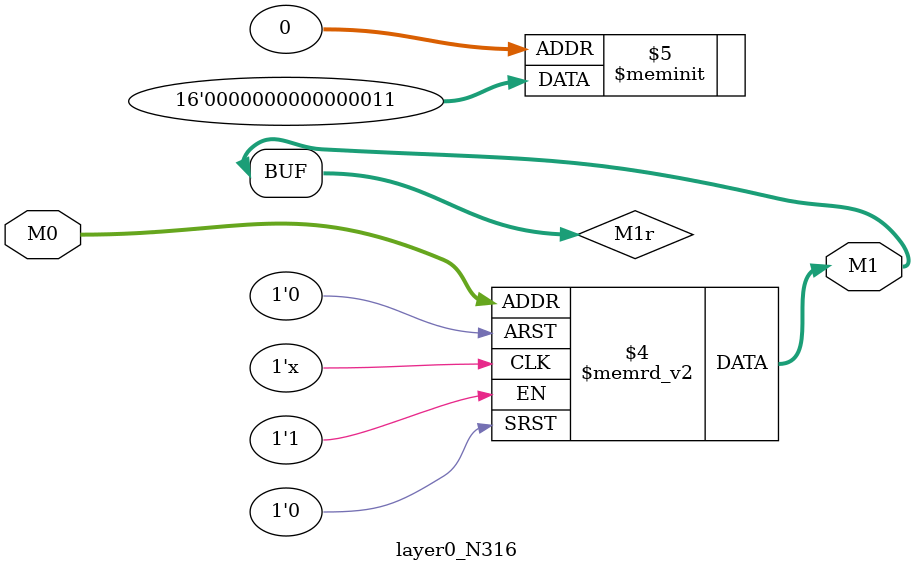
<source format=v>
module layer0_N316 ( input [2:0] M0, output [1:0] M1 );

	(*rom_style = "distributed" *) reg [1:0] M1r;
	assign M1 = M1r;
	always @ (M0) begin
		case (M0)
			3'b000: M1r = 2'b11;
			3'b100: M1r = 2'b00;
			3'b010: M1r = 2'b00;
			3'b110: M1r = 2'b00;
			3'b001: M1r = 2'b00;
			3'b101: M1r = 2'b00;
			3'b011: M1r = 2'b00;
			3'b111: M1r = 2'b00;

		endcase
	end
endmodule

</source>
